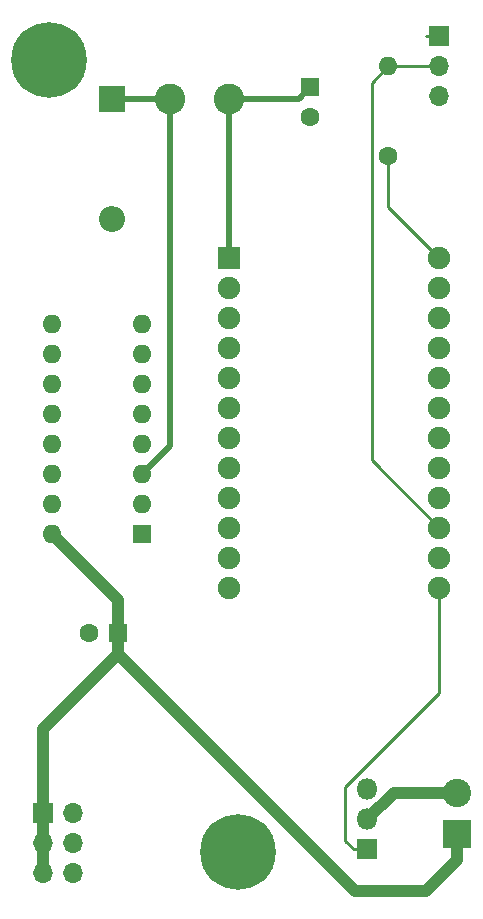
<source format=gbr>
G04 #@! TF.FileFunction,Copper,L1,Top,Signal*
%FSLAX46Y46*%
G04 Gerber Fmt 4.6, Leading zero omitted, Abs format (unit mm)*
G04 Created by KiCad (PCBNEW 4.0.7) date 11/12/17 23:12:21*
%MOMM*%
%LPD*%
G01*
G04 APERTURE LIST*
%ADD10C,0.100000*%
%ADD11R,1.900000X1.900000*%
%ADD12C,1.900000*%
%ADD13R,1.600000X1.600000*%
%ADD14C,1.600000*%
%ADD15R,2.200000X2.200000*%
%ADD16O,2.200000X2.200000*%
%ADD17R,1.700000X1.700000*%
%ADD18O,1.700000X1.700000*%
%ADD19C,2.400000*%
%ADD20R,2.400000X2.400000*%
%ADD21C,2.600000*%
%ADD22O,1.600000X1.600000*%
%ADD23C,6.400000*%
%ADD24R,1.800000X1.800000*%
%ADD25O,1.800000X1.800000*%
%ADD26C,0.500000*%
%ADD27C,0.250000*%
%ADD28C,1.000000*%
G04 APERTURE END LIST*
D10*
D11*
X162308540Y-69861720D03*
D12*
X162308540Y-72401720D03*
X162308540Y-74941720D03*
X162308540Y-77481720D03*
X162308540Y-80021720D03*
X162308540Y-82561720D03*
X162308540Y-85101720D03*
X162308540Y-87641720D03*
X162308540Y-90181720D03*
X162308540Y-92721720D03*
X162308540Y-95261720D03*
X162308540Y-97801720D03*
X180088540Y-69861720D03*
X180088540Y-72401720D03*
X180088540Y-74941720D03*
X180088540Y-77481720D03*
X180088540Y-80021720D03*
X180088540Y-82561720D03*
X180088540Y-85101720D03*
X180088540Y-87641720D03*
X180088540Y-90181720D03*
X180088540Y-92721720D03*
X180088540Y-95261720D03*
X180088540Y-97801720D03*
D13*
X169164000Y-55412000D03*
D14*
X169164000Y-57912000D03*
D13*
X152908000Y-101600000D03*
D14*
X150408000Y-101600000D03*
D15*
X152400000Y-56388000D03*
D16*
X152400000Y-66548000D03*
D17*
X180086000Y-51054000D03*
D18*
X180086000Y-53594000D03*
X180086000Y-56134000D03*
D17*
X146558000Y-116840000D03*
D18*
X149098000Y-116840000D03*
X146558000Y-119380000D03*
X149098000Y-119380000D03*
X146558000Y-121920000D03*
X149098000Y-121920000D03*
D19*
X181610000Y-115118000D03*
D20*
X181610000Y-118618000D03*
D21*
X162306000Y-56388000D03*
X157306000Y-56388000D03*
D14*
X175768000Y-61214000D03*
D22*
X175768000Y-53594000D03*
D13*
X154940000Y-93218000D03*
D22*
X147320000Y-75438000D03*
X154940000Y-90678000D03*
X147320000Y-77978000D03*
X154940000Y-88138000D03*
X147320000Y-80518000D03*
X154940000Y-85598000D03*
X147320000Y-83058000D03*
X154940000Y-83058000D03*
X147320000Y-85598000D03*
X154940000Y-80518000D03*
X147320000Y-88138000D03*
X154940000Y-77978000D03*
X147320000Y-90678000D03*
X154940000Y-75438000D03*
X147320000Y-93218000D03*
D23*
X147066000Y-53086000D03*
X163068000Y-120142000D03*
D24*
X173990000Y-119888000D03*
D25*
X173990000Y-117348000D03*
X173990000Y-114808000D03*
D26*
X162306000Y-56388000D02*
X168188000Y-56388000D01*
X168188000Y-56388000D02*
X169164000Y-55412000D01*
X162306000Y-56388000D02*
X162306000Y-69859180D01*
X162306000Y-69859180D02*
X162308540Y-69861720D01*
D27*
X162308540Y-56390540D02*
X162306000Y-56388000D01*
D28*
X152908000Y-101600000D02*
X152908000Y-98806000D01*
X152908000Y-98806000D02*
X147320000Y-93218000D01*
X146558000Y-116840000D02*
X146558000Y-109750000D01*
X146558000Y-109750000D02*
X152908000Y-103400000D01*
X146558000Y-119380000D02*
X146558000Y-121920000D01*
X146558000Y-116840000D02*
X146558000Y-119380000D01*
X181610000Y-118618000D02*
X181610000Y-120818000D01*
X181610000Y-120818000D02*
X178957999Y-123470001D01*
X152908000Y-103400000D02*
X152908000Y-101600000D01*
X178957999Y-123470001D02*
X172978001Y-123470001D01*
X172978001Y-123470001D02*
X152908000Y-103400000D01*
D26*
X157306000Y-56388000D02*
X157306000Y-85772000D01*
X157306000Y-85772000D02*
X154940000Y-88138000D01*
X152400000Y-56388000D02*
X157306000Y-56388000D01*
D27*
X175768000Y-61214000D02*
X175768000Y-65541180D01*
X175768000Y-65541180D02*
X180088540Y-69861720D01*
X180086000Y-51054000D02*
X178986000Y-51054000D01*
X175768000Y-53594000D02*
X174361212Y-55000788D01*
X174361212Y-55000788D02*
X174361212Y-86994392D01*
X174361212Y-86994392D02*
X180088540Y-92721720D01*
X175768000Y-53594000D02*
X176899370Y-53594000D01*
X176899370Y-53594000D02*
X180086000Y-53594000D01*
D28*
X181610000Y-115118000D02*
X176220000Y-115118000D01*
X176220000Y-115118000D02*
X173990000Y-117348000D01*
X181610000Y-115118000D02*
X179014000Y-115118000D01*
D27*
X173990000Y-119888000D02*
X172840000Y-119888000D01*
X172840000Y-119888000D02*
X172136654Y-119184654D01*
X172136654Y-119184654D02*
X172136654Y-114629346D01*
X172136654Y-114629346D02*
X180088540Y-106677460D01*
X180088540Y-106677460D02*
X180088540Y-97801720D01*
M02*

</source>
